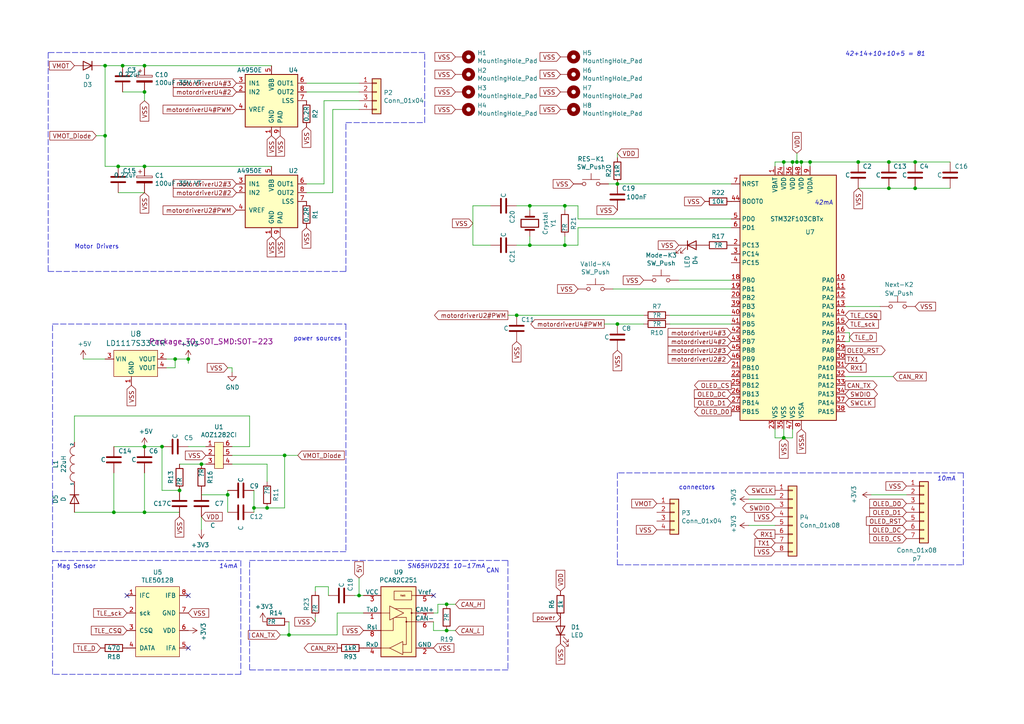
<source format=kicad_sch>
(kicad_sch (version 20211123) (generator eeschema)
  (paper "A4")
  (title_block (title "StepperServoCAN") (company "RetroPilot"))
  (junction (at 227.33 127))
  (junction (at 82.55 132.08))
  (junction (at 265.43 46.99))
  (junction (at 231.14 46.99))
  (junction (at 153.67 71.12))
  (junction (at 149.86 91.44))
  (junction (at 66.04 143.51))
  (junction (at 153.67 59.69))
  (junction (at 41.91 48.26))
  (junction (at 257.81 46.99))
  (junction (at 41.91 26.67))
  (junction (at 54.61 104.14))
  (junction (at 179.07 53.34))
  (junction (at 77.47 147.32))
  (junction (at 35.56 19.05))
  (junction (at 58.42 134.62))
  (junction (at 41.91 129.54))
  (junction (at 73.66 147.32))
  (junction (at 265.43 54.61))
  (junction (at 30.48 39.37))
  (junction (at 50.8 104.14))
  (junction (at 46.99 129.54))
  (junction (at 52.07 142.24))
  (junction (at 129.54 175.26))
  (junction (at 104.14 172.72))
  (junction (at 163.83 71.12))
  (junction (at 34.29 48.26))
  (junction (at 83.82 184.15))
  (junction (at 33.02 148.59))
  (junction (at 227.33 46.99))
  (junction (at 41.91 19.05))
  (junction (at 248.92 46.99))
  (junction (at 30.48 19.05))
  (junction (at 179.07 93.98))
  (junction (at 41.91 148.59))
  (junction (at 229.87 46.99))
  (junction (at 257.81 54.61))
  (junction (at 163.83 59.69))
  (junction (at 232.41 46.99))
  (junction (at 234.95 46.99))
  (junction (at 129.54 182.88))
  (no_connect (at 54.61 187.96))
  (no_connect (at 125.73 172.72))
  (no_connect (at 54.61 172.72))
  (no_connect (at 36.83 172.72))
  (polyline (pts (xy 69.85 195.58) (xy 15.24 195.58)))
  (wire (pts (xy 232.41 46.99) (xy 232.41 48.26)))
  (wire (pts (xy 67.31 134.62) (xy 77.47 134.62)))
  (wire (pts (xy 167.64 59.69) (xy 167.64 63.5)))
  (wire (pts (xy 97.79 177.8) (xy 105.41 177.8)))
  (wire (pts (xy 46.99 129.54) (xy 46.99 142.24)))
  (wire (pts (xy 137.16 59.69) (xy 137.16 71.12)))
  (wire (pts (xy 265.43 46.99) (xy 275.59 46.99)))
  (wire (pts (xy 35.56 26.67) (xy 41.91 26.67)))
  (wire (pts (xy 91.44 179.07) (xy 91.44 180.34)))
  (wire (pts (xy 265.43 54.61) (xy 257.81 54.61)))
  (wire (pts (xy 88.9 53.34) (xy 93.98 53.34)))
  (wire (pts (xy 167.64 71.12) (xy 167.64 66.04)))
  (wire (pts (xy 102.87 172.72) (xy 104.14 172.72)))
  (polyline (pts (xy 72.39 162.56) (xy 147.32 162.56)))
  (wire (pts (xy 129.54 182.88) (xy 132.08 182.88)))
  (wire (pts (xy 125.73 177.8) (xy 127 177.8)))
  (wire (pts (xy 245.11 109.22) (xy 259.08 109.22)))
  (wire (pts (xy 93.98 53.34) (xy 93.98 29.21)))
  (wire (pts (xy 224.79 124.46) (xy 224.79 127)))
  (wire (pts (xy 125.73 182.88) (xy 129.54 182.88)))
  (wire (pts (xy 34.29 48.26) (xy 41.91 48.26)))
  (wire (pts (xy 163.83 59.69) (xy 163.83 60.96)))
  (wire (pts (xy 88.9 55.88) (xy 96.52 55.88)))
  (wire (pts (xy 196.85 81.28) (xy 212.09 81.28)))
  (wire (pts (xy 72.39 129.54) (xy 67.31 129.54)))
  (wire (pts (xy 129.54 175.26) (xy 132.08 175.26)))
  (wire (pts (xy 179.07 44.45) (xy 179.07 45.72)))
  (polyline (pts (xy 15.24 162.56) (xy 69.85 162.56)))
  (wire (pts (xy 248.92 46.99) (xy 257.81 46.99)))
  (wire (pts (xy 73.66 147.32) (xy 77.47 147.32)))
  (wire (pts (xy 229.87 127) (xy 229.87 124.46)))
  (polyline (pts (xy 100.33 160.02) (xy 15.24 160.02)))
  (wire (pts (xy 54.61 105.41) (xy 54.61 104.14)))
  (wire (pts (xy 252.73 143.51) (xy 262.89 143.51)))
  (polyline (pts (xy 123.19 15.24) (xy 13.97 15.24)))
  (wire (pts (xy 275.59 54.61) (xy 265.43 54.61)))
  (wire (pts (xy 77.47 139.7) (xy 77.47 134.62)))
  (wire (pts (xy 224.79 127) (xy 227.33 127)))
  (wire (pts (xy 33.02 148.59) (xy 33.02 137.16)))
  (wire (pts (xy 229.87 48.26) (xy 229.87 46.99)))
  (wire (pts (xy 46.99 142.24) (xy 52.07 142.24)))
  (wire (pts (xy 41.91 137.16) (xy 41.91 148.59)))
  (polyline (pts (xy 100.33 35.56) (xy 123.19 35.56)))
  (wire (pts (xy 227.33 127) (xy 229.87 127)))
  (wire (pts (xy 179.07 93.98) (xy 186.69 93.98)))
  (wire (pts (xy 30.48 19.05) (xy 30.48 39.37)))
  (wire (pts (xy 97.79 184.15) (xy 97.79 177.8)))
  (polyline (pts (xy 147.32 194.31) (xy 72.39 194.31)))
  (wire (pts (xy 82.55 132.08) (xy 82.55 147.32)))
  (wire (pts (xy 163.83 71.12) (xy 163.83 68.58)))
  (polyline (pts (xy 147.32 162.56) (xy 147.32 194.31)))
  (wire (pts (xy 50.8 106.68) (xy 48.26 106.68)))
  (wire (pts (xy 54.61 104.14) (xy 50.8 104.14)))
  (wire (pts (xy 83.82 184.15) (xy 97.79 184.15)))
  (wire (pts (xy 29.21 19.05) (xy 30.48 19.05)))
  (wire (pts (xy 41.91 19.05) (xy 78.74 19.05)))
  (wire (pts (xy 58.42 149.86) (xy 58.42 153.67)))
  (wire (pts (xy 137.16 71.12) (xy 142.24 71.12)))
  (wire (pts (xy 88.9 24.13) (xy 104.14 24.13)))
  (wire (pts (xy 21.59 120.65) (xy 21.59 128.27)))
  (polyline (pts (xy 13.97 78.74) (xy 100.33 78.74)))
  (wire (pts (xy 91.44 170.18) (xy 95.25 170.18)))
  (wire (pts (xy 41.91 29.21) (xy 41.91 26.67)))
  (wire (pts (xy 27.94 39.37) (xy 30.48 39.37)))
  (wire (pts (xy 81.28 184.15) (xy 83.82 184.15)))
  (wire (pts (xy 246.38 99.06) (xy 246.38 96.52)))
  (polyline (pts (xy 279.4 163.83) (xy 279.4 137.16)))
  (wire (pts (xy 30.48 39.37) (xy 30.48 48.26)))
  (wire (pts (xy 125.73 180.34) (xy 125.73 182.88)))
  (wire (pts (xy 153.67 71.12) (xy 153.67 68.58)))
  (wire (pts (xy 93.98 29.21) (xy 104.14 29.21)))
  (polyline (pts (xy 123.19 35.56) (xy 123.19 15.24)))
  (polyline (pts (xy 100.33 93.98) (xy 100.33 160.02)))
  (wire (pts (xy 21.59 148.59) (xy 33.02 148.59)))
  (wire (pts (xy 96.52 31.75) (xy 104.14 31.75)))
  (wire (pts (xy 224.79 46.99) (xy 227.33 46.99)))
  (polyline (pts (xy 72.39 194.31) (xy 72.39 162.56)))
  (wire (pts (xy 66.04 142.24) (xy 66.04 143.51)))
  (wire (pts (xy 246.38 96.52) (xy 245.11 96.52)))
  (wire (pts (xy 73.66 147.32) (xy 73.66 148.59)))
  (wire (pts (xy 82.55 132.08) (xy 86.36 132.08)))
  (wire (pts (xy 67.31 132.08) (xy 82.55 132.08)))
  (wire (pts (xy 77.47 147.32) (xy 82.55 147.32)))
  (wire (pts (xy 24.13 104.14) (xy 30.48 104.14)))
  (wire (pts (xy 58.42 143.51) (xy 66.04 143.51)))
  (wire (pts (xy 175.26 93.98) (xy 179.07 93.98)))
  (polyline (pts (xy 279.4 137.16) (xy 179.07 137.16)))
  (wire (pts (xy 34.29 55.88) (xy 41.91 55.88)))
  (wire (pts (xy 142.24 59.69) (xy 137.16 59.69)))
  (polyline (pts (xy 15.24 195.58) (xy 15.24 162.56)))
  (wire (pts (xy 78.74 48.26) (xy 41.91 48.26)))
  (wire (pts (xy 176.53 53.34) (xy 179.07 53.34)))
  (wire (pts (xy 227.33 124.46) (xy 227.33 127)))
  (wire (pts (xy 52.07 148.59) (xy 41.91 148.59)))
  (polyline (pts (xy 179.07 137.16) (xy 179.07 163.83)))
  (wire (pts (xy 231.14 46.99) (xy 231.14 44.45)))
  (wire (pts (xy 217.17 152.4) (xy 224.79 152.4)))
  (wire (pts (xy 194.31 91.44) (xy 212.09 91.44)))
  (wire (pts (xy 73.66 142.24) (xy 73.66 147.32)))
  (wire (pts (xy 231.14 46.99) (xy 232.41 46.99)))
  (wire (pts (xy 217.17 144.78) (xy 224.79 144.78)))
  (wire (pts (xy 50.8 104.14) (xy 50.8 106.68)))
  (polyline (pts (xy 100.33 78.74) (xy 100.33 35.56)))
  (wire (pts (xy 127 175.26) (xy 129.54 175.26)))
  (wire (pts (xy 245.11 99.06) (xy 246.38 99.06)))
  (wire (pts (xy 163.83 59.69) (xy 167.64 59.69)))
  (wire (pts (xy 227.33 46.99) (xy 229.87 46.99)))
  (wire (pts (xy 66.04 106.68) (xy 67.31 106.68)))
  (wire (pts (xy 163.83 71.12) (xy 167.64 71.12)))
  (wire (pts (xy 147.32 91.44) (xy 149.86 91.44)))
  (wire (pts (xy 149.86 71.12) (xy 153.67 71.12)))
  (polyline (pts (xy 15.24 160.02) (xy 15.24 93.98)))
  (wire (pts (xy 72.39 120.65) (xy 72.39 129.54)))
  (wire (pts (xy 227.33 48.26) (xy 227.33 46.99)))
  (wire (pts (xy 95.25 170.18) (xy 95.25 172.72)))
  (wire (pts (xy 245.11 88.9) (xy 255.27 88.9)))
  (polyline (pts (xy 179.07 163.83) (xy 279.4 163.83)))
  (wire (pts (xy 21.59 120.65) (xy 72.39 120.65)))
  (polyline (pts (xy 69.85 162.56) (xy 69.85 195.58)))
  (wire (pts (xy 167.64 63.5) (xy 212.09 63.5)))
  (polyline (pts (xy 13.97 15.24) (xy 13.97 78.74)))
  (wire (pts (xy 96.52 55.88) (xy 96.52 31.75)))
  (wire (pts (xy 91.44 170.18) (xy 91.44 171.45)))
  (wire (pts (xy 229.87 46.99) (xy 231.14 46.99)))
  (wire (pts (xy 66.04 148.59) (xy 66.04 143.51)))
  (polyline (pts (xy 15.24 93.98) (xy 100.33 93.98)))
  (wire (pts (xy 153.67 59.69) (xy 153.67 60.96)))
  (wire (pts (xy 67.31 106.68) (xy 67.31 107.95)))
  (wire (pts (xy 33.02 129.54) (xy 41.91 129.54)))
  (wire (pts (xy 257.81 54.61) (xy 248.92 54.61)))
  (wire (pts (xy 149.86 59.69) (xy 153.67 59.69)))
  (wire (pts (xy 50.8 104.14) (xy 48.26 104.14)))
  (wire (pts (xy 149.86 91.44) (xy 186.69 91.44)))
  (wire (pts (xy 52.07 134.62) (xy 58.42 134.62)))
  (wire (pts (xy 167.64 66.04) (xy 212.09 66.04)))
  (wire (pts (xy 127 177.8) (xy 127 175.26)))
  (wire (pts (xy 104.14 172.72) (xy 105.41 172.72)))
  (wire (pts (xy 257.81 46.99) (xy 265.43 46.99)))
  (wire (pts (xy 41.91 129.54) (xy 46.99 129.54)))
  (wire (pts (xy 104.14 167.64) (xy 104.14 172.72)))
  (wire (pts (xy 54.61 129.54) (xy 59.69 129.54)))
  (wire (pts (xy 41.91 148.59) (xy 33.02 148.59)))
  (wire (pts (xy 224.79 48.26) (xy 224.79 46.99)))
  (wire (pts (xy 83.82 180.34) (xy 83.82 184.15)))
  (wire (pts (xy 234.95 46.99) (xy 234.95 48.26)))
  (wire (pts (xy 179.07 53.34) (xy 212.09 53.34)))
  (wire (pts (xy 153.67 59.69) (xy 163.83 59.69)))
  (wire (pts (xy 153.67 71.12) (xy 163.83 71.12)))
  (wire (pts (xy 177.8 83.82) (xy 212.09 83.82)))
  (wire (pts (xy 35.56 19.05) (xy 41.91 19.05)))
  (wire (pts (xy 30.48 48.26) (xy 34.29 48.26)))
  (wire (pts (xy 234.95 46.99) (xy 248.92 46.99)))
  (wire (pts (xy 232.41 46.99) (xy 234.95 46.99)))
  (wire (pts (xy 88.9 26.67) (xy 104.14 26.67)))
  (wire (pts (xy 194.31 93.98) (xy 212.09 93.98)))
  (wire (pts (xy 30.48 19.05) (xy 35.56 19.05)))
  (wire (pts (xy 58.42 134.62) (xy 59.69 134.62)))
  (text "CAN" (at 140.97 166.37 0) (effects (font (size 1.27 1.27)) (justify left bottom)))
  (text "42mA" (at 236.22 59.69 0) (effects (font (size 1.27 1.27) italic) (justify left bottom)))
  (text "10mA" (at 271.78 139.7 0) (effects (font (size 1.27 1.27) italic) (justify left bottom)))
  (text "connectors" (at 196.85 142.24 0) (effects (font (size 1.27 1.27)) (justify left bottom)))
  (text "Motor Drivers" (at 21.59 72.39 0) (effects (font (size 1.27 1.27)) (justify left bottom)))
  (text "42+14+10+10+5 = 81" (at 245.11 16.51 0) (effects (font (size 1.27 1.27) italic) (justify left bottom)))
  (text "SN65HVD231 10-17mA" (at 118.11 165.1 0) (effects (font (size 1.27 1.27) italic) (justify left bottom)))
  (text "Mag Sensor" (at 16.51 165.1 0) (effects (font (size 1.27 1.27)) (justify left bottom)))
  (text "power sources" (at 85.09 99.06 0) (effects (font (size 1.27 1.27)) (justify left bottom)))
  (text "14mA" (at 63.5 165.1 0) (effects (font (size 1.27 1.27) italic) (justify left bottom)))
  (global_label "VSSA" (shape input) (at 232.41 124.46 270) (property "Intersheet References" "${INTERSHEET_REFS}" (effects hide)))
  (global_label "CAN_TX" (shape input) (at 81.28 184.15 180) (property "Intersheet References" "${INTERSHEET_REFS}" (effects hide)))
  (global_label "TLE_D" (shape input) (at 246.38 97.79 0) (property "Intersheet References" "${INTERSHEET_REFS}" (effects hide)))
  (global_label "5V" (shape input) (at 104.14 167.64 90) (property "Intersheet References" "${INTERSHEET_REFS}" (effects hide)))
  (global_label "OLED_D0" (shape input) (at 262.89 146.05 180) (property "Intersheet References" "${INTERSHEET_REFS}" (effects hide)))
  (global_label "OLED_D1" (shape input) (at 262.89 148.59 180) (property "Intersheet References" "${INTERSHEET_REFS}" (effects hide)))
  (global_label "VSS" (shape input) (at 167.64 83.82 180) (property "Intersheet References" "${INTERSHEET_REFS}" (effects hide)))
  (global_label "VSS" (shape input) (at 66.04 106.68 180) (property "Intersheet References" "${INTERSHEET_REFS}" (effects hide)))
  (global_label "VSS" (shape input) (at 88.9 36.83 270) (property "Intersheet References" "${INTERSHEET_REFS}" (effects hide)))
  (global_label "motordriverU2#2" (shape input) (at 68.58 55.88 180) (property "Intersheet References" "${INTERSHEET_REFS}" (effects hide)))
  (global_label "motordriverU2#PWM" (shape input) (at 68.58 60.96 180) (property "Intersheet References" "${INTERSHEET_REFS}" (effects hide)))
  (global_label "VSS" (shape input) (at 204.47 58.42 180) (property "Intersheet References" "${INTERSHEET_REFS}" (effects hide)))
  (global_label "SWCLK" (shape output) (at 224.79 142.24 180) (property "Intersheet References" "${INTERSHEET_REFS}" (effects hide)))
  (global_label "VSS" (shape input) (at 78.74 39.37 270) (property "Intersheet References" "${INTERSHEET_REFS}" (effects hide)))
  (global_label "VSS" (shape input) (at 179.07 60.96 180) (property "Intersheet References" "${INTERSHEET_REFS}" (effects hide)))
  (global_label "CAN_L" (shape input) (at 132.08 182.88 0) (effects (font italic)) (property "Intersheet References" "${INTERSHEET_REFS}" (effects hide)))
  (global_label "VSS" (shape input) (at 137.16 64.77 180) (property "Intersheet References" "${INTERSHEET_REFS}" (effects hide)))
  (global_label "SWDIO" (shape bidirectional) (at 224.79 147.32 180) (property "Intersheet References" "${INTERSHEET_REFS}" (effects hide)))
  (global_label "motordriverU4#3" (shape input) (at 68.58 24.13 180) (property "Intersheet References" "${INTERSHEET_REFS}" (effects hide)))
  (global_label "VSS" (shape input) (at 88.9 66.04 270) (property "Intersheet References" "${INTERSHEET_REFS}" (effects hide)))
  (global_label "VSS" (shape input) (at 54.61 177.8 0) (property "Intersheet References" "${INTERSHEET_REFS}" (effects hide)))
  (global_label "motordriverU2#2" (shape input) (at 212.09 104.14 180) (property "Intersheet References" "${INTERSHEET_REFS}" (effects hide)))
  (global_label "TLE_CSQ" (shape input) (at 36.83 182.88 180) (property "Intersheet References" "${INTERSHEET_REFS}" (effects hide)))
  (global_label "VMOT_Diode" (shape input) (at 86.36 132.08 0) (property "Intersheet References" "${INTERSHEET_REFS}" (effects hide)))
  (global_label "VSS" (shape input) (at 166.37 53.34 180) (property "Intersheet References" "${INTERSHEET_REFS}" (effects hide)))
  (global_label "CAN_RX" (shape output) (at 97.79 187.96 180) (property "Intersheet References" "${INTERSHEET_REFS}" (effects hide)))
  (global_label "VSS" (shape input) (at 179.07 101.6 270) (property "Intersheet References" "${INTERSHEET_REFS}" (effects hide)))
  (global_label "VSS" (shape input) (at 149.86 99.06 270) (property "Intersheet References" "${INTERSHEET_REFS}" (effects hide)))
  (global_label "VSS" (shape input) (at 162.56 186.69 270) (property "Intersheet References" "${INTERSHEET_REFS}" (effects hide)))
  (global_label "VSS" (shape input) (at 132.08 31.75 180) (property "Intersheet References" "${INTERSHEET_REFS}" (effects hide)))
  (global_label "motordriverU4#2" (shape input) (at 212.09 99.06 180) (property "Intersheet References" "${INTERSHEET_REFS}" (effects hide)))
  (global_label "VSS" (shape input) (at 81.28 68.58 270) (property "Intersheet References" "${INTERSHEET_REFS}" (effects hide)))
  (global_label "power" (shape input) (at 162.56 179.07 180) (property "Intersheet References" "${INTERSHEET_REFS}" (effects hide)))
  (global_label "motordriverU4#PWM" (shape input) (at 68.58 31.75 180) (property "Intersheet References" "${INTERSHEET_REFS}" (effects hide)))
  (global_label "VSS" (shape input) (at 248.92 54.61 270) (property "Intersheet References" "${INTERSHEET_REFS}" (effects hide)))
  (global_label "VSS" (shape input) (at 224.79 149.86 180) (property "Intersheet References" "${INTERSHEET_REFS}" (effects hide)))
  (global_label "VSS" (shape input) (at 224.79 160.02 180) (property "Intersheet References" "${INTERSHEET_REFS}" (effects hide)))
  (global_label "OLED_RST" (shape input) (at 262.89 151.13 180) (property "Intersheet References" "${INTERSHEET_REFS}" (effects hide)))
  (global_label "VSS" (shape input) (at 162.56 26.67 180) (property "Intersheet References" "${INTERSHEET_REFS}" (effects hide)))
  (global_label "SWDIO" (shape bidirectional) (at 245.11 114.3 0) (property "Intersheet References" "${INTERSHEET_REFS}" (effects hide)))
  (global_label "VDD" (shape input) (at 231.14 44.45 90) (property "Intersheet References" "${INTERSHEET_REFS}" (effects hide)))
  (global_label "VMOT" (shape input) (at 21.59 19.05 180) (property "Intersheet References" "${INTERSHEET_REFS}" (effects hide)))
  (global_label "TLE_D" (shape input) (at 29.21 187.96 180) (property "Intersheet References" "${INTERSHEET_REFS}" (effects hide)))
  (global_label "motordriverU2#3" (shape input) (at 68.58 53.34 180) (property "Intersheet References" "${INTERSHEET_REFS}" (effects hide)))
  (global_label "TX1" (shape output) (at 245.11 104.14 0) (property "Intersheet References" "${INTERSHEET_REFS}" (effects hide)))
  (global_label "VSS" (shape input) (at 132.08 16.51 180) (property "Intersheet References" "${INTERSHEET_REFS}" (effects hide)))
  (global_label "OLED_RST" (shape output) (at 245.11 101.6 0) (property "Intersheet References" "${INTERSHEET_REFS}" (effects hide)))
  (global_label "VSS" (shape input) (at 78.74 68.58 270) (property "Intersheet References" "${INTERSHEET_REFS}" (effects hide)))
  (global_label "TLE_CSQ" (shape input) (at 245.11 91.44 0) (property "Intersheet References" "${INTERSHEET_REFS}" (effects hide)))
  (global_label "VSS" (shape input) (at 265.43 88.9 0) (property "Intersheet References" "${INTERSHEET_REFS}" (effects hide)))
  (global_label "OLED_CS" (shape input) (at 262.89 156.21 180) (property "Intersheet References" "${INTERSHEET_REFS}" (effects hide)))
  (global_label "VSS" (shape input) (at 91.44 180.34 180) (property "Intersheet References" "${INTERSHEET_REFS}" (effects hide)))
  (global_label "CAN_H" (shape input) (at 132.08 175.26 0) (effects (font italic)) (property "Intersheet References" "${INTERSHEET_REFS}" (effects hide)))
  (global_label "VDD" (shape input) (at 179.07 44.45 0) (property "Intersheet References" "${INTERSHEET_REFS}" (effects hide)))
  (global_label "SWCLK" (shape input) (at 245.11 116.84 0) (property "Intersheet References" "${INTERSHEET_REFS}" (effects hide)))
  (global_label "VSS" (shape input) (at 59.69 132.08 180) (property "Intersheet References" "${INTERSHEET_REFS}" (effects hide)))
  (global_label "CAN_TX" (shape output) (at 245.11 111.76 0) (property "Intersheet References" "${INTERSHEET_REFS}" (effects hide)))
  (global_label "VSS" (shape input) (at 262.89 140.97 180) (property "Intersheet References" "${INTERSHEET_REFS}" (effects hide)))
  (global_label "RX1" (shape input) (at 245.11 106.68 0) (property "Intersheet References" "${INTERSHEET_REFS}" (effects hide)))
  (global_label "VSS" (shape input) (at 125.73 187.96 0) (property "Intersheet References" "${INTERSHEET_REFS}" (effects hide)))
  (global_label "VDD" (shape input) (at 162.56 171.45 90) (property "Intersheet References" "${INTERSHEET_REFS}" (effects hide)))
  (global_label "VSS" (shape input) (at 190.5 153.67 180) (property "Intersheet References" "${INTERSHEET_REFS}" (effects hide)))
  (global_label "OLED_DC" (shape input) (at 262.89 153.67 180) (property "Intersheet References" "${INTERSHEET_REFS}" (effects hide)))
  (global_label "VDD" (shape input) (at 58.42 149.86 0) (property "Intersheet References" "${INTERSHEET_REFS}" (effects hide)))
  (global_label "VSS" (shape input) (at 132.08 21.59 180) (property "Intersheet References" "${INTERSHEET_REFS}" (effects hide)))
  (global_label "VMOT" (shape input) (at 190.5 146.05 180) (property "Intersheet References" "${INTERSHEET_REFS}" (effects hide)))
  (global_label "OLED_D1" (shape input) (at 212.09 116.84 180) (property "Intersheet References" "${INTERSHEET_REFS}" (effects hide)))
  (global_label "VSS" (shape input) (at 162.56 21.59 180) (property "Intersheet References" "${INTERSHEET_REFS}" (effects hide)))
  (global_label "VSS" (shape input) (at 227.33 127 270) (property "Intersheet References" "${INTERSHEET_REFS}" (effects hide)))
  (global_label "motordriverU2#PWM" (shape output) (at 147.32 91.44 180) (property "Intersheet References" "${INTERSHEET_REFS}" (effects hide)))
  (global_label "VSS" (shape input) (at 196.85 71.12 180) (property "Intersheet References" "${INTERSHEET_REFS}" (effects hide)))
  (global_label "TLE_sck" (shape input) (at 245.11 93.98 0) (property "Intersheet References" "${INTERSHEET_REFS}" (effects hide)))
  (global_label "motordriverU4#3" (shape input) (at 212.09 96.52 180) (property "Intersheet References" "${INTERSHEET_REFS}" (effects hide)))
  (global_label "VSS" (shape input) (at 132.08 26.67 180) (property "Intersheet References" "${INTERSHEET_REFS}" (effects hide)))
  (global_label "VSS" (shape input) (at 162.56 31.75 180) (property "Intersheet References" "${INTERSHEET_REFS}" (effects hide)))
  (global_label "TX1" (shape input) (at 224.79 157.48 180) (property "Intersheet References" "${INTERSHEET_REFS}" (effects hide)))
  (global_label "RX1" (shape output) (at 224.79 154.94 180) (property "Intersheet References" "${INTERSHEET_REFS}" (effects hide)))
  (global_label "VSS" (shape input) (at 38.1 111.76 270) (property "Intersheet References" "${INTERSHEET_REFS}" (effects hide)))
  (global_label "VSS" (shape input) (at 41.91 55.88 270) (property "Intersheet References" "${INTERSHEET_REFS}" (effects hide)))
  (global_label "motordriverU4#2" (shape input) (at 68.58 26.67 180) (property "Intersheet References" "${INTERSHEET_REFS}" (effects hide)))
  (global_label "VSS" (shape input) (at 81.28 39.37 270) (property "Intersheet References" "${INTERSHEET_REFS}" (effects hide)))
  (global_label "OLED_DC" (shape input) (at 212.09 114.3 180) (property "Intersheet References" "${INTERSHEET_REFS}" (effects hide)))
  (global_label "OLED_CS" (shape output) (at 212.09 111.76 180) (property "Intersheet References" "${INTERSHEET_REFS}" (effects hide)))
  (global_label "motordriverU2#3" (shape input) (at 212.09 101.6 180) (property "Intersheet References" "${INTERSHEET_REFS}" (effects hide)))
  (global_label "OLED_D0" (shape output) (at 212.09 119.38 180) (property "Intersheet References" "${INTERSHEET_REFS}" (effects hide)))
  (global_label "TLE_sck" (shape input) (at 36.83 177.8 180) (property "Intersheet References" "${INTERSHEET_REFS}" (effects hide)))
  (global_label "CAN_RX" (shape input) (at 259.08 109.22 0) (property "Intersheet References" "${INTERSHEET_REFS}" (effects hide)))
  (global_label "VSS" (shape input) (at 52.07 149.86 270) (property "Intersheet References" "${INTERSHEET_REFS}" (effects hide)))
  (global_label "VSS" (shape input) (at 41.91 29.21 270) (property "Intersheet References" "${INTERSHEET_REFS}" (effects hide)))
  (global_label "VSS" (shape input) (at 105.41 182.88 180) (property "Intersheet References" "${INTERSHEET_REFS}" (effects hide)))
  (global_label "VSS" (shape input) (at 186.69 81.28 180) (property "Intersheet References" "${INTERSHEET_REFS}" (effects hide)))
  (global_label "motordriverU4#PWM" (shape output) (at 175.26 93.98 180) (property "Intersheet References" "${INTERSHEET_REFS}" (effects hide)))
  (global_label "VSS" (shape input) (at 162.56 16.51 180) (property "Intersheet References" "${INTERSHEET_REFS}" (effects hide)))
  (global_label "VMOT_Diode" (shape input) (at 27.94 39.37 180) (property "Intersheet References" "${INTERSHEET_REFS}" (effects hide)))
  (symbol (lib_id "StepperServo-rescue:STM32F103CBTx-MCU_ST_STM32F1-BTTS57Bv2-rescue") (at 229.87 86.36 0) (unit 1)
    (property "Reference" "U7" (at 234.95 67.31 0))
    (property "Value" "STM32F103CBTx" (at 231.14 63.5 0))
    (property "Footprint" "Package_QFP:LQFP-48_7x7mm_P0.5mm" (effects hide))
    (property "Datasheet" "http://www.st.com/st-web-ui/static/active/en/resource/technical/document/datasheet/CD00161566.pdf" (effects hide))
  )
  (symbol (lib_id "StepperServo-rescue:PCA82C251-Interface_CAN_LIN-BTTS57Bv2-rescue") (at 115.57 180.34 0) (unit 1)
    (property "Reference" "U9" (at 115.57 165.9382 0))
    (property "Value" "PCA82C251" (at 115.57 168.2496 0))
    (property "Footprint" "Package_SO:SO-8_3.9x4.9mm_P1.27mm" (effects hide))
    (property "Datasheet" "http://www.nxp.com/documents/data_sheet/PCA82C251.pdf" (effects hide))
  )
  (symbol (lib_id "StepperServo-rescue:C-Device-BTTS57Bv2-rescue") (at 99.06 172.72 270) (unit 1)
    (property "Reference" "C18" (at 101.6 167.64 0) (effects (justify left)))
    (property "Value" "C" (at 99.06 168.91 0) (effects (justify left)))
    (property "Footprint" "Capacitor_SMD:C_0603_1608Metric" (effects hide))
  )
  (symbol (lib_id "StepperServo-rescue:R-Device-BTTS57Bv2-rescue") (at 101.6 187.96 270) (unit 1)
    (property "Reference" "R93" (at 101.6 190.5 90))
    (property "Value" "1kR" (at 101.6 187.96 90))
    (property "Footprint" "Resistor_SMD:R_0603_1608Metric" (effects hide))
  )
  (symbol (lib_id "StepperServo-rescue:R-Device-BTTS57Bv2-rescue") (at 179.07 49.53 180) (unit 1)
    (property "Reference" "R20" (at 176.53 49.53 90))
    (property "Value" "1kR" (at 179.07 49.53 90))
    (property "Footprint" "Resistor_SMD:R_0603_1608Metric" (effects hide))
  )
  (symbol (lib_id "StepperServo-rescue:C-Device-BTTS57Bv2-rescue") (at 179.07 57.15 0) (unit 1)
    (property "Reference" "C19" (at 180.34 54.61 0) (effects (justify left)))
    (property "Value" "100nF" (at 181.61 57.15 0) (effects (justify left)))
    (property "Footprint" "Capacitor_SMD:C_0603_1608Metric" (effects hide))
  )
  (symbol (lib_id "StepperServo-rescue:SW_Push-Switch-BTTS57Bv2-rescue") (at 171.45 53.34 0) (unit 1)
    (property "Reference" "RES-K1" (at 171.45 46.101 0))
    (property "Value" "SW_Push" (at 171.45 48.4124 0))
    (property "Footprint" "Button_Switch_SMD:SW_SPST_TL3342" (effects hide))
  )
  (symbol (lib_id "StepperServo-rescue:SW_Push-Switch-BTTS57Bv2-rescue") (at 260.35 88.9 0) (unit 1)
    (property "Reference" "Next-K2" (at 256.54 82.55 0) (effects (justify left)))
    (property "Value" "SW_Push" (at 256.54 85.09 0) (effects (justify left)))
    (property "Footprint" "Button_Switch_SMD:SW_SPST_TL3342" (effects hide))
  )
  (symbol (lib_id "StepperServo-rescue:A4950E-Driver_Motor-BTTS57Bv2-rescue") (at 78.74 29.21 0) (unit 1)
    (property "Reference" "U4" (at 85.09 20.32 0))
    (property "Value" "A4950E" (at 72.39 20.32 0))
    (property "Footprint" "Package_SO:SOIC-8-1EP_3.9x4.9mm_P1.27mm_EP2.41x3.3mm" (effects hide))
    (property "Datasheet" "http://www.allegromicro.com/~/media/Files/Datasheets/A4950-Datasheet.ashx" (effects hide))
  )
  (symbol (lib_id "StepperServo-rescue:A4950E-Driver_Motor-BTTS57Bv2-rescue") (at 78.74 58.42 0) (unit 1)
    (property "Reference" "U2" (at 85.09 49.53 0))
    (property "Value" "A4950E" (at 72.39 49.53 0))
    (property "Footprint" "Package_SO:SOIC-8-1EP_3.9x4.9mm_P1.27mm_EP2.41x3.3mm" (effects hide))
    (property "Datasheet" "http://www.allegromicro.com/~/media/Files/Datasheets/A4950-Datasheet.ashx" (effects hide))
  )
  (symbol (lib_id "StepperServo-rescue:SW_Push-Switch-BTTS57Bv2-rescue") (at 191.77 81.28 0) (unit 1)
    (property "Reference" "Mode-K3" (at 191.77 74.041 0))
    (property "Value" "SW_Push" (at 191.77 76.3524 0))
    (property "Footprint" "Button_Switch_SMD:SW_SPST_TL3342" (effects hide))
  )
  (symbol (lib_id "StepperServo-rescue:Conn_01x04-Connector_Generic-BTTS57Bv2-rescue") (at 109.22 26.67 0) (unit 1)
    (property "Reference" "P2" (at 111.252 26.8732 0) (effects (justify left)))
    (property "Value" "Conn_01x04" (at 111.252 29.1846 0) (effects (justify left)))
    (property "Footprint" "Connector_JST:JST_XH_B4B-XH-A_1x04_P2.50mm_Vertical" (effects hide))
  )
  (symbol (lib_id "StepperServo-rescue:SW_Push-Switch-BTTS57Bv2-rescue") (at 172.72 83.82 0) (unit 1)
    (property "Reference" "Valid-K4" (at 172.72 76.581 0))
    (property "Value" "SW_Push" (at 172.72 78.8924 0))
    (property "Footprint" "Button_Switch_SMD:SW_SPST_TL3342" (effects hide))
  )
  (symbol (lib_id "StepperServo-rescue:R-Device-BTTS57Bv2-rescue") (at 88.9 33.02 0) (mirror x) (unit 1)
    (property "Reference" "R2" (at 91.44 33.02 90))
    (property "Value" "0.2R" (at 88.9 33.02 90))
    (property "Footprint" "Resistor_SMD:R_2512_6332Metric" (effects hide))
  )
  (symbol (lib_id "StepperServo-rescue:R-Device-BTTS57Bv2-rescue") (at 88.9 62.23 0) (mirror x) (unit 1)
    (property "Reference" "R1" (at 91.44 62.23 90))
    (property "Value" "0.2R" (at 88.9 62.23 90))
    (property "Footprint" "Resistor_SMD:R_2512_6332Metric" (effects hide))
  )
  (symbol (lib_id "StepperServo-rescue:CP-Device-BTTS57Bv2-rescue") (at 41.91 52.07 0) (unit 1)
    (property "Reference" "C1" (at 44.9072 50.9016 0) (effects (justify left)))
    (property "Value" "100uF 35V VT" (at 44.9072 53.213 0) (effects (justify left)))
    (property "Footprint" "Capacitor_SMD:CP_Elec_6.3x7.7" (effects hide))
  )
  (symbol (lib_id "StepperServo-rescue:CP-Device-BTTS57Bv2-rescue") (at 41.91 22.86 0) (unit 1)
    (property "Reference" "C10" (at 44.9072 21.6916 0) (effects (justify left)))
    (property "Value" "100uF 35V VT" (at 44.9072 24.003 0) (effects (justify left)))
    (property "Footprint" "Capacitor_SMD:CP_Elec_6.3x7.7" (effects hide))
  )
  (symbol (lib_id "StepperServo-rescue:C-Device-BTTS57Bv2-rescue") (at 35.56 22.86 0) (unit 1)
    (property "Reference" "C3" (at 36.83 20.32 0) (effects (justify left)))
    (property "Value" "0.22uF" (at 34.29 21.59 0) (effects (justify left)))
    (property "Footprint" "Capacitor_SMD:C_0805_2012Metric" (effects hide))
  )
  (symbol (lib_id "StepperServo-rescue:LED-Device-BTTS57Bv2-rescue") (at 200.66 71.12 0) (unit 1)
    (property "Reference" "D4" (at 201.6506 74.1172 90) (effects (justify right)))
    (property "Value" "LED" (at 199.3392 74.1172 90) (effects (justify right)))
    (property "Footprint" "LED_SMD:LED_0603_1608Metric" (effects hide))
  )
  (symbol (lib_id "StepperServo-rescue:R-Device-BTTS57Bv2-rescue") (at 208.28 71.12 90) (unit 1)
    (property "Reference" "R17" (at 208.28 68.58 90))
    (property "Value" "?R" (at 208.28 71.12 90))
    (property "Footprint" "Resistor_SMD:R_0603_1608Metric" (effects hide))
  )
  (symbol (lib_id "StepperServo-rescue:R-Device-BTTS57Bv2-rescue") (at 162.56 175.26 180) (unit 1)
    (property "Reference" "R6" (at 160.02 175.26 90))
    (property "Value" "1k" (at 162.56 175.26 90))
    (property "Footprint" "Resistor_SMD:R_0603_1608Metric" (effects hide))
  )
  (symbol (lib_id "StepperServo-rescue:LED-Device-BTTS57Bv2-rescue") (at 162.56 182.88 90) (unit 1)
    (property "Reference" "D1" (at 165.5572 181.8894 90) (effects (justify right)))
    (property "Value" "LED" (at 165.5572 184.2008 90) (effects (justify right)))
    (property "Footprint" "LED_SMD:LED_0603_1608Metric" (effects hide))
  )
  (symbol (lib_id "TLE5012B:TLE5012B") (at 46.99 191.77 0) (unit 1)
    (property "Reference" "U5" (at 45.72 165.989 0))
    (property "Value" "TLE5012B" (at 45.72 168.3004 0))
    (property "Footprint" "Package_SO:Infineon_PG-DSO-8-27_3.9x4.9mm_EP2.65x3mm" (effects hide))
  )
  (symbol (lib_id "StepperServo-rescue:R-Device-BTTS57Bv2-rescue") (at 129.54 179.07 180) (unit 1)
    (property "Reference" "R19" (at 129.54 185.42 0))
    (property "Value" "?R" (at 129.54 179.07 90))
    (property "Footprint" "Resistor_SMD:R_1206_3216Metric" (effects hide))
  )
  (symbol (lib_id "StepperServo-rescue:R-Device-BTTS57Bv2-rescue") (at 33.02 187.96 90) (mirror x) (unit 1)
    (property "Reference" "R18" (at 33.02 190.5 90))
    (property "Value" "470" (at 33.02 187.96 90))
    (property "Footprint" "Resistor_SMD:R_0805_2012Metric" (effects hide))
  )
  (symbol (lib_id "StepperServo-rescue:+3.3V-power-BTTS57Bv2-rescue") (at 54.61 182.88 270) (unit 1)
    (property "Reference" "#PWR0101" (effects hide))
    (property "Value" "+3.3V" (at 59.0042 183.261 0))
  )
  (symbol (lib_id "StepperServo-rescue:R-Device-BTTS57Bv2-rescue") (at 190.5 91.44 90) (unit 1)
    (property "Reference" "R7" (at 190.5 88.9 90))
    (property "Value" "?R" (at 190.5 91.44 90))
    (property "Footprint" "Resistor_SMD:R_0603_1608Metric" (effects hide))
  )
  (symbol (lib_id "StepperServo-rescue:R-Device-BTTS57Bv2-rescue") (at 190.5 93.98 270) (unit 1)
    (property "Reference" "R10" (at 190.5 96.52 90))
    (property "Value" "?R" (at 190.5 93.98 90))
    (property "Footprint" "Resistor_SMD:R_0603_1608Metric" (effects hide))
  )
  (symbol (lib_id "StepperServo-rescue:D-Device-BTTS57Bv2-rescue") (at 25.4 19.05 180) (unit 1)
    (property "Reference" "D3" (at 25.4 24.5618 0))
    (property "Value" "D" (at 25.4 22.2504 0))
    (property "Footprint" "Diode_SMD:D_2512_6332Metric" (effects hide))
  )
  (symbol (lib_id "StepperServo-rescue:C-Device-BTTS57Bv2-rescue") (at 179.07 97.79 0) (unit 1)
    (property "Reference" "C8" (at 180.34 95.25 0) (effects (justify left)))
    (property "Value" "C" (at 175.26 97.79 0) (effects (justify left)))
    (property "Footprint" "Capacitor_SMD:C_0603_1608Metric" (effects hide))
  )
  (symbol (lib_id "StepperServo-rescue:C-Device-BTTS57Bv2-rescue") (at 149.86 95.25 0) (unit 1)
    (property "Reference" "C11" (at 151.13 92.71 0) (effects (justify left)))
    (property "Value" "C" (at 146.05 95.25 0) (effects (justify left)))
    (property "Footprint" "Capacitor_SMD:C_0603_1608Metric" (effects hide))
  )
  (symbol (lib_id "StepperServo-rescue:Conn_01x08-Connector_Generic-BTTS57Bv2-rescue") (at 229.87 149.86 0) (unit 1)
    (property "Reference" "P4" (at 231.902 150.0632 0) (effects (justify left)))
    (property "Value" "Conn_01x08" (at 231.902 152.3746 0) (effects (justify left)))
    (property "Footprint" "Connector_PinHeader_2.54mm:PinHeader_1x08_P2.54mm_Vertical" (effects hide))
  )
  (symbol (lib_id "StepperServo-rescue:+3.3V-power-BTTS57Bv2-rescue") (at 217.17 144.78 90) (unit 1)
    (property "Reference" "#PWR0102" (effects hide))
    (property "Value" "+3.3V" (at 212.7758 144.399 0))
  )
  (symbol (lib_id "StepperServo-rescue:+3.3V-power-BTTS57Bv2-rescue") (at 217.17 152.4 90) (unit 1)
    (property "Reference" "#PWR0103" (effects hide))
    (property "Value" "+3.3V" (at 212.7758 152.019 0))
  )
  (symbol (lib_id "StepperServo-rescue:Conn_01x07-Connector_Generic-BTTS57Bv2-rescue") (at 267.97 148.59 0) (unit 1)
    (property "Reference" "p7" (at 265.8872 161.925 0))
    (property "Value" "Conn_01x08" (at 265.8872 159.6136 0))
    (property "Footprint" "Connector_PinSocket_2.54mm:PinSocket_1x07_P2.54mm_Vertical" (effects hide))
  )
  (symbol (lib_id "StepperServo-rescue:C-Device-BTTS57Bv2-rescue") (at 248.92 50.8 0) (unit 1)
    (property "Reference" "C2" (at 250.19 48.26 0) (effects (justify left)))
    (property "Value" "C" (at 245.11 50.8 0) (effects (justify left)))
    (property "Footprint" "Capacitor_SMD:C_0603_1608Metric" (effects hide))
  )
  (symbol (lib_id "StepperServo-rescue:R-Device-BTTS57Bv2-rescue") (at 208.28 58.42 270) (unit 1)
    (property "Reference" "R22" (at 208.28 55.88 90))
    (property "Value" "10k" (at 208.28 58.42 90))
    (property "Footprint" "Resistor_SMD:R_0603_1608Metric" (effects hide))
  )
  (symbol (lib_id "StepperServo-rescue:C-Device-BTTS57Bv2-rescue") (at 146.05 59.69 270) (unit 1)
    (property "Reference" "C20" (at 148.59 60.96 0) (effects (justify left)))
    (property "Value" "C" (at 146.05 55.88 0) (effects (justify left)))
    (property "Footprint" "Capacitor_SMD:C_0603_1608Metric" (effects hide))
  )
  (symbol (lib_id "StepperServo-rescue:Crystal-Device") (at 153.67 64.77 270) (unit 1)
    (property "Reference" "Y1" (at 160.4772 64.77 0))
    (property "Value" "Crystal" (at 158.1658 64.77 0))
    (property "Footprint" "Crystal:Crystal_SMD_EuroQuartz_MT-4Pin_3.2x2.5mm_HandSoldering" (effects hide))
  )
  (symbol (lib_id "StepperServo-rescue:C-Device-BTTS57Bv2-rescue") (at 146.05 71.12 270) (unit 1)
    (property "Reference" "C21" (at 148.59 72.39 0) (effects (justify left)))
    (property "Value" "C" (at 146.05 67.31 0) (effects (justify left)))
    (property "Footprint" "Capacitor_SMD:C_0603_1608Metric" (effects hide))
  )
  (symbol (lib_id "StepperServo-rescue:R-Device-BTTS57Bv2-rescue") (at 163.83 64.77 0) (unit 1)
    (property "Reference" "R21" (at 166.37 64.77 90))
    (property "Value" "?R" (at 163.83 66.04 90))
    (property "Footprint" "Resistor_SMD:R_0603_1608Metric" (effects hide))
  )
  (symbol (lib_id "StepperServo-rescue:C-Device-BTTS57Bv2-rescue") (at 257.81 50.8 0) (unit 1)
    (property "Reference" "C13" (at 259.08 48.26 0) (effects (justify left)))
    (property "Value" "C" (at 254 50.8 0) (effects (justify left)))
    (property "Footprint" "Capacitor_SMD:C_0603_1608Metric" (effects hide))
  )
  (symbol (lib_id "StepperServo-rescue:C-Device-BTTS57Bv2-rescue") (at 265.43 50.8 0) (unit 1)
    (property "Reference" "C4" (at 266.7 48.26 0) (effects (justify left)))
    (property "Value" "C" (at 261.62 50.8 0) (effects (justify left)))
    (property "Footprint" "Capacitor_SMD:C_0603_1608Metric" (effects hide))
  )
  (symbol (lib_id "StepperServo-rescue:C-Device-BTTS57Bv2-rescue") (at 275.59 50.8 0) (unit 1)
    (property "Reference" "C16" (at 276.86 48.26 0) (effects (justify left)))
    (property "Value" "C" (at 271.78 50.8 0) (effects (justify left)))
    (property "Footprint" "Capacitor_SMD:C_0603_1608Metric" (effects hide))
  )
  (symbol (lib_id "StepperServo-rescue:R-Device-BTTS57Bv2-rescue") (at 91.44 175.26 180) (unit 1)
    (property "Reference" "R23" (at 88.9 175.26 90))
    (property "Value" "?R" (at 91.44 176.53 90))
    (property "Footprint" "Resistor_SMD:R_0603_1608Metric" (effects hide))
  )
  (symbol (lib_id "StepperServo-rescue:R-Device-BTTS57Bv2-rescue") (at 80.01 180.34 90) (unit 1)
    (property "Reference" "R14" (at 80.01 177.8 90))
    (property "Value" "?R" (at 78.74 180.34 90))
    (property "Footprint" "Resistor_SMD:R_0603_1608Metric" (effects hide))
  )
  (symbol (lib_id "StepperServo-rescue:LD1117S33CTR-dk_PMIC-Voltage-Regulators-Linear") (at 38.1 104.14 0) (unit 1)
    (property "Reference" "U8" (at 39.37 96.8502 0) (effects (font (size 1.524 1.524))))
    (property "Value" "LD1117S33CTR" (at 39.37 99.5426 0) (effects (font (size 1.524 1.524))))
    (property "Footprint" "Package_TO_SOT_SMD:SOT-223" (at 43.18 99.06 0) (effects (font (size 1.524 1.524)) (justify left)))
    (property "Datasheet" "http://www.st.com/content/ccc/resource/technical/document/datasheet/99/3b/7d/91/91/51/4b/be/CD00000544.pdf/files/CD00000544.pdf/jcr:content/translations/en.CD00000544.pdf" (effects hide))
    (property "Digi-Key_PN" "497-1241-1-ND" (effects hide))
    (property "MPN" "LD1117S33CTR" (effects hide))
    (property "Category" "Integrated Circuits (ICs)" (effects hide))
    (property "Family" "PMIC - Voltage Regulators - Linear" (effects hide))
    (property "DK_Datasheet_Link" "http://www.st.com/content/ccc/resource/technical/document/datasheet/99/3b/7d/91/91/51/4b/be/CD00000544.pdf/files/CD00000544.pdf/jcr:content/translations/en.CD00000544.pdf" (effects hide))
    (property "DK_Detail_Page" "/product-detail/en/stmicroelectronics/LD1117S33CTR/497-1241-1-ND/586241" (effects hide))
    (property "Description" "IC REG LINEAR 3.3V 800MA SOT223" (effects hide))
    (property "Manufacturer" "STMicroelectronics" (effects hide))
    (property "Status" "Active" (effects hide))
  )
  (symbol (lib_id "StepperServo-rescue:+3.3V-power-BTTS57Bv2-rescue") (at 54.61 104.14 0) (unit 1)
    (property "Reference" "#PWR0104" (effects hide))
    (property "Value" "+3.3V" (at 54.991 99.7458 0))
  )
  (symbol (lib_id "StepperServo-rescue:+5V-power-BTTS57Bv2-rescue") (at 24.13 104.14 0) (unit 1)
    (property "Reference" "#PWR0105" (effects hide))
    (property "Value" "+5V" (at 24.511 99.7458 0))
  )
  (symbol (lib_id "StepperServo-rescue:C-Device-BTTS57Bv2-rescue") (at 52.07 146.05 0) (unit 1)
    (property "Reference" "C17" (at 44.45 146.05 0) (effects (justify left)))
    (property "Value" "C" (at 48.26 146.05 0) (effects (justify left)))
    (property "Footprint" "Capacitor_SMD:C_0805_2012Metric" (effects hide))
  )
  (symbol (lib_id "StepperServo-rescue:C-Device-BTTS57Bv2-rescue") (at 58.42 146.05 0) (unit 1)
    (property "Reference" "C7" (at 62.23 146.05 0) (effects (justify left)))
    (property "Value" "C" (at 60.96 152.4 0) (effects (justify left)))
    (property "Footprint" "Capacitor_SMD:C_0805_2012Metric" (effects hide))
  )
  (symbol (lib_id "StepperServo-rescue:R-Device-BTTS57Bv2-rescue") (at 52.07 138.43 180) (unit 1)
    (property "Reference" "R13" (at 49.53 138.43 90))
    (property "Value" "?R" (at 52.07 139.7 90))
    (property "Footprint" "Resistor_SMD:R_0603_1608Metric" (effects hide))
  )
  (symbol (lib_id "StepperServo-rescue:R-Device-BTTS57Bv2-rescue") (at 58.42 138.43 0) (unit 1)
    (property "Reference" "R16" (at 60.96 138.43 90))
    (property "Value" "?R" (at 58.42 137.16 90))
    (property "Footprint" "Resistor_SMD:R_0603_1608Metric" (effects hide))
  )
  (symbol (lib_id "StepperServo-rescue:R-Device-BTTS57Bv2-rescue") (at 77.47 143.51 0) (unit 1)
    (property "Reference" "R11" (at 80.01 143.51 90))
    (property "Value" "?R" (at 77.47 142.24 90))
    (property "Footprint" "Resistor_SMD:R_0603_1608Metric" (effects hide))
  )
  (symbol (lib_id "StepperServo-rescue:C-Device-BTTS57Bv2-rescue") (at 69.85 142.24 270) (unit 1)
    (property "Reference" "C9" (at 72.39 140.97 90) (effects (justify left)))
    (property "Value" "C" (at 69.85 138.43 0) (effects (justify left)))
    (property "Footprint" "Capacitor_SMD:C_0805_2012Metric" (effects hide))
  )
  (symbol (lib_id "StepperServo-rescue:C-Device-BTTS57Bv2-rescue") (at 69.85 148.59 270) (unit 1)
    (property "Reference" "C12" (at 72.39 149.86 90) (effects (justify left)))
    (property "Value" "C" (at 69.85 152.4 0) (effects (justify left)))
    (property "Footprint" "Capacitor_SMD:C_0603_1608Metric" (effects hide))
  )
  (symbol (lib_id "StepperServo-rescue:C-Device-BTTS57Bv2-rescue") (at 50.8 129.54 270) (unit 1)
    (property "Reference" "C5" (at 53.34 127 90) (effects (justify left)))
    (property "Value" "C" (at 50.8 125.73 0) (effects (justify left)))
    (property "Footprint" "Capacitor_SMD:C_0603_1608Metric" (effects hide))
  )
  (symbol (lib_id "StepperServo-rescue:C-Device-BTTS57Bv2-rescue") (at 41.91 133.35 0) (unit 1)
    (property "Reference" "C6" (at 43.18 130.81 0) (effects (justify left)))
    (property "Value" "C" (at 38.1 133.35 0) (effects (justify left)))
    (property "Footprint" "Capacitor_SMD:C_0805_2012Metric" (effects hide))
  )
  (symbol (lib_id "StepperServo-rescue:C-Device-BTTS57Bv2-rescue") (at 33.02 133.35 0) (unit 1)
    (property "Reference" "C14" (at 34.29 130.81 0) (effects (justify left)))
    (property "Value" "C" (at 29.21 133.35 0) (effects (justify left)))
    (property "Footprint" "Capacitor_SMD:C_0603_1608Metric" (effects hide))
  )
  (symbol (lib_id "StepperServo-rescue:+5V-power-BTTS57Bv2-rescue") (at 41.91 129.54 0) (unit 1)
    (property "Reference" "#PWR0107" (effects hide))
    (property "Value" "+5V" (at 42.291 125.1458 0))
  )
  (symbol (lib_id "StepperServo-rescue:D-Device-BTTS57Bv2-rescue") (at 21.59 144.78 270) (unit 1)
    (property "Reference" "D5" (at 16.0782 144.78 0))
    (property "Value" "D" (at 18.3896 144.78 0))
    (property "Footprint" "Diode_SMD:D_2512_6332Metric" (effects hide))
  )
  (symbol (lib_id "StepperServo-rescue:INDUCTOR-pspice-BTTS57Bv2-rescue") (at 21.59 134.62 90) (unit 1)
    (property "Reference" "L1" (at 16.129 134.62 0))
    (property "Value" "22uH" (at 18.4404 134.62 0))
    (property "Footprint" "Inductor_SMD:L_Wuerth_MAPI-4030" (effects hide))
    (property "uncertain" "yes" (effects hide))
  )
  (symbol (lib_id "BNOR11:BNOR11") (at 62.23 138.43 0) (unit 1)
    (property "Reference" "U1" (at 63.5 123.825 0))
    (property "Value" "AOZ1282CI" (at 63.5 126.1364 0))
    (property "Footprint" "Package_TO_SOT_SMD:SOT-23-6" (effects hide))
  )
  (symbol (lib_id "StepperServo-rescue:+3.3V-power-BTTS57Bv2-rescue") (at 58.42 153.67 180) (unit 1)
    (property "Reference" "#PWR0108" (effects hide))
    (property "Value" "+3.3V" (at 58.039 158.0642 0))
  )
  (symbol (lib_id "StepperServo-rescue:+3.3V-power-BTTS57Bv2-rescue") (at 252.73 143.51 90) (unit 1)
    (property "Reference" "#PWR0106" (effects hide))
    (property "Value" "+3.3V" (at 247.65 143.51 0))
  )
  (symbol (lib_id "Mechanical:MountingHole_Pad") (at 134.62 16.51 270) (unit 1)
    (property "Reference" "H1" (at 138.43 15.3416 90) (effects (justify left)))
    (property "Value" "MountingHole_Pad" (at 138.43 17.653 90) (effects (justify left)))
    (property "Footprint" "MountingHole:MountingHole_2.7mm_M2.5_ISO14580_Pad_TopBottom" (effects hide))
  )
  (symbol (lib_id "Mechanical:MountingHole_Pad") (at 134.62 21.59 270) (unit 1)
    (property "Reference" "H2" (at 138.43 20.4216 90) (effects (justify left)))
    (property "Value" "MountingHole_Pad" (at 138.43 22.733 90) (effects (justify left)))
    (property "Footprint" "MountingHole:MountingHole_2.7mm_M2.5_ISO14580_Pad_TopBottom" (effects hide))
  )
  (symbol (lib_id "Mechanical:MountingHole_Pad") (at 134.62 26.67 270) (unit 1)
    (property "Reference" "H3" (at 138.43 25.5016 90) (effects (justify left)))
    (property "Value" "MountingHole_Pad" (at 138.43 27.813 90) (effects (justify left)))
    (property "Footprint" "MountingHole:MountingHole_2.7mm_M2.5_ISO14580_Pad_TopBottom" (effects hide))
  )
  (symbol (lib_id "Mechanical:MountingHole_Pad") (at 134.62 31.75 270) (unit 1)
    (property "Reference" "H4" (at 138.43 30.5816 90) (effects (justify left)))
    (property "Value" "MountingHole_Pad" (at 138.43 32.893 90) (effects (justify left)))
    (property "Footprint" "MountingHole:MountingHole_2.7mm_M2.5_ISO14580_Pad_TopBottom" (effects hide))
  )
  (symbol (lib_id "Mechanical:MountingHole_Pad") (at 165.1 16.51 270) (unit 1)
    (property "Reference" "H5" (at 168.91 15.3416 90) (effects (justify left)))
    (property "Value" "MountingHole_Pad" (at 168.91 17.653 90) (effects (justify left)))
    (property "Footprint" "MountingHole:MountingHole_2.7mm_M2.5_ISO14580_Pad_TopBottom" (effects hide))
  )
  (symbol (lib_id "Mechanical:MountingHole_Pad") (at 165.1 21.59 270) (unit 1)
    (property "Reference" "H6" (at 168.91 20.4216 90) (effects (justify left)))
    (property "Value" "MountingHole_Pad" (at 168.91 22.733 90) (effects (justify left)))
    (property "Footprint" "MountingHole:MountingHole_2.7mm_M2.5_ISO14580_Pad_TopBottom" (effects hide))
  )
  (symbol (lib_id "Mechanical:MountingHole_Pad") (at 165.1 26.67 270) (unit 1)
    (property "Reference" "H7" (at 168.91 25.5016 90) (effects (justify left)))
    (property "Value" "MountingHole_Pad" (at 168.91 27.813 90) (effects (justify left)))
    (property "Footprint" "MountingHole:MountingHole_2.7mm_M2.5_ISO14580_Pad_TopBottom" (effects hide))
  )
  (symbol (lib_id "Mechanical:MountingHole_Pad") (at 165.1 31.75 270) (unit 1)
    (property "Reference" "H8" (at 168.91 30.5816 90) (effects (justify left)))
    (property "Value" "MountingHole_Pad" (at 168.91 32.893 90) (effects (justify left)))
    (property "Footprint" "MountingHole:MountingHole_2.7mm_M2.5_ISO14580_Pad_TopBottom" (effects hide))
  )
  (symbol (lib_id "StepperServo-rescue:GND-power-BTTS57Bv2-rescue") (at 67.31 107.95 0) (unit 1)
    (property "Reference" "#PWR0111" (effects hide))
    (property "Value" "GND" (at 67.437 112.3442 0))
  )
  (symbol (lib_id "StepperServo-rescue:+3.3V-power-BTTS57Bv2-rescue") (at 76.2 180.34 0) (unit 1)
    (property "Reference" "#PWR0110" (effects hide))
    (property "Value" "+3.3V" (at 76.581 175.9458 0))
  )
  (symbol (lib_id "StepperServo-rescue:C-Device-BTTS57Bv2-rescue") (at 34.29 52.07 0) (unit 1)
    (property "Reference" "C15" (at 35.56 49.53 0) (effects (justify left)))
    (property "Value" "0.22uF" (at 33.02 50.8 0) (effects (justify left)))
    (property "Footprint" "Capacitor_SMD:C_0805_2012Metric" (effects hide))
  )
  (symbol (lib_id "StepperServo-rescue:Conn_01x04-Connector_Generic-BTTS57Bv2-rescue") (at 195.58 148.59 0) (unit 1)
    (property "Reference" "P3" (at 197.612 148.7932 0) (effects (justify left)))
    (property "Value" "Conn_01x04" (at 197.612 151.1046 0) (effects (justify left)))
    (property "Footprint" "Connector_JST:JST_XH_B4B-XH-A_1x04_P2.50mm_Vertical" (effects hide))
  )
)
</source>
